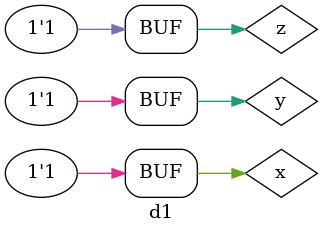
<source format=v>
module fxyz (output s,
input x, y, z);
assign s = z & ~(x & y); //( x . y )' . z
endmodule // fxyz

module d1;
reg x, y, z;
wire s;
// instancias
fxyz FXY (s, x, y, z);
// valores iniciais
initial begin: start
x=1'bx; y=1'bx; z=1'bx;// indefinidos
end
// parte principal
initial begin: main
// identificacao
$display("Test boolean expression");
$display("\n s = ( x . y )' . z\n");
// monitoramento
$display(" x  y  z =  resposta ");
$monitor("%2b %2b %2b =  %2b", x, y, z, s);
// sinalizacao
#1 x=0; y=0; z=0;
#1 x=0; y=0; z=1;
#1 x=0; y=1; z=0;
#1 x=0; y=1; z=1;
#1 x=1; y=0; z=0;
#1 x=1; y=0; z=1;
#1 x=1; y=1; z=0;
#1 x=1; y=1; z=1;
end
endmodule // test_module
</source>
